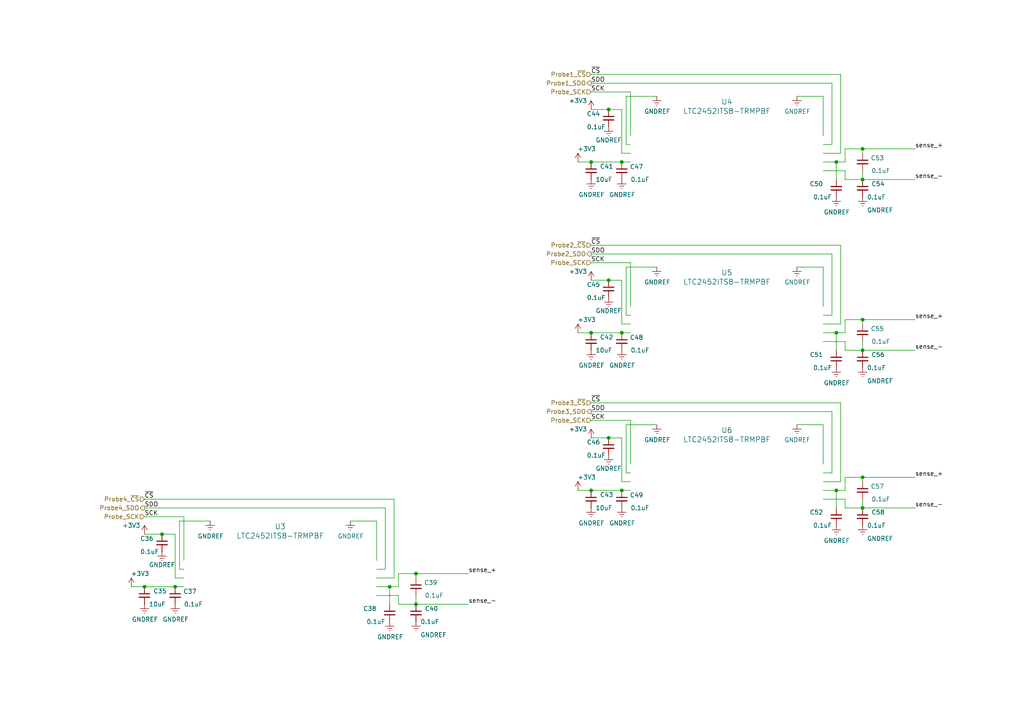
<source format=kicad_sch>
(kicad_sch (version 20211123) (generator eeschema)
  (paper "A4")
  (lib_symbols
    (symbol "Device:C_Small" (pin_numbers hide) (pin_names (offset 0.254) hide)
      (property "Reference" "C" (at 0.254 1.778 0))
      (property "Value" "C_Small" (at 0.254 -2.032 0))
      (symbol "C_Small_0_1"
        (polyline (pts (xy -1.524 -0.508) (xy 1.524 -0.508)) (stroke (width 0.3302)))
        (polyline (pts (xy -1.524 0.508) (xy 1.524 0.508)) (stroke (width 0.3048)))
      )
      (symbol "C_Small_1_1"
        (pin passive line (at 0 2.54 270) (length 2.032) (name "~") (number "1"))
        (pin passive line (at 0 -2.54 90) (length 2.032) (name "~") (number "2"))
      )
    )
    (symbol "power:+3V3" (power) (pin_names (offset 0))
      (property "Value" "+3V3" (at 0 3.556 0))
      (symbol "+3V3_0_1"
        (polyline (pts (xy -0.762 1.27) (xy 0 2.54)))
        (polyline (pts (xy 0 0) (xy 0 2.54)))
        (polyline (pts (xy 0 2.54) (xy 0.762 1.27)))
      )
      (symbol "+3V3_1_1"
        (pin power_in line (at 0 0 90) (length 0) hide (name "+3V3") (number "1"))
      )
    )
    (symbol "power:GNDREF" (power) (pin_names (offset 0))
      (property "Value" "GNDREF" (at 0 -3.81 0))
      (symbol "GNDREF_0_1"
        (polyline (pts (xy -0.635 -1.905) (xy 0.635 -1.905)))
        (polyline (pts (xy -0.127 -2.54) (xy 0.127 -2.54)))
        (polyline (pts (xy 0 -1.27) (xy 0 0)))
        (polyline (pts (xy 1.27 -1.27) (xy -1.27 -1.27)))
      )
      (symbol "GNDREF_1_1"
        (pin power_in line (at 0 0 270) (length 0) hide (name "GNDREF") (number "1"))
      )
    )
  )
  (junction (at 113.03 170.18))
  (junction (at 176.53 31.75))
  (junction (at 242.57 142.24))
  (junction (at 180.34 96.52))
  (junction (at 120.65 175.26))
  (junction (at 171.45 96.52))
  (junction (at 46.99 154.94))
  (junction (at 250.19 138.43))
  (junction (at 242.57 96.52))
  (junction (at 176.53 127))
  (junction (at 50.8 170.18))
  (junction (at 176.53 81.28))
  (junction (at 250.19 101.6))
  (junction (at 41.91 170.18))
  (junction (at 171.45 142.24))
  (junction (at 242.57 46.99))
  (junction (at 171.45 46.99))
  (junction (at 250.19 52.07))
  (junction (at 250.19 43.18))
  (junction (at 180.34 46.99))
  (junction (at 120.65 166.37))
  (junction (at 250.19 92.71))
  (junction (at 250.19 147.32))
  (junction (at 180.34 142.24))
  (wire (pts (xy 238.76 96.52) (xy 242.57 96.52)))
  (wire (pts (xy 241.3 137.16) (xy 241.3 119.38)))
  (wire (pts (xy 52.07 165.1) (xy 52.07 151.13)))
  (wire (pts (xy 115.57 166.37) (xy 120.65 166.37)))
  (wire (pts (xy 182.88 26.67) (xy 171.45 26.67)))
  (wire (pts (xy 180.34 127) (xy 180.34 139.7)))
  (wire (pts (xy 109.22 151.13) (xy 101.6 151.13)))
  (wire (pts (xy 243.84 139.7) (xy 243.84 116.84)))
  (wire (pts (xy 41.91 170.18) (xy 38.1 170.18)))
  (wire (pts (xy 250.19 52.07) (xy 245.11 52.07)))
  (wire (pts (xy 182.88 121.92) (xy 171.45 121.92)))
  (wire (pts (xy 243.84 116.84) (xy 171.45 116.84)))
  (wire (pts (xy 182.88 121.92) (xy 182.88 134.62)))
  (wire (pts (xy 245.11 92.71) (xy 250.19 92.71)))
  (wire (pts (xy 50.8 154.94) (xy 46.99 154.94)))
  (wire (pts (xy 243.84 21.59) (xy 171.45 21.59)))
  (wire (pts (xy 243.84 44.45) (xy 243.84 21.59)))
  (wire (pts (xy 180.34 46.99) (xy 171.45 46.99)))
  (wire (pts (xy 238.76 39.37) (xy 238.76 27.94)))
  (wire (pts (xy 182.88 76.2) (xy 171.45 76.2)))
  (wire (pts (xy 182.88 91.44) (xy 181.61 91.44)))
  (wire (pts (xy 245.11 142.24) (xy 245.11 138.43)))
  (wire (pts (xy 52.07 151.13) (xy 60.96 151.13)))
  (wire (pts (xy 120.65 175.26) (xy 135.89 175.26)))
  (wire (pts (xy 171.45 81.28) (xy 176.53 81.28)))
  (wire (pts (xy 238.76 99.06) (xy 245.11 99.06)))
  (wire (pts (xy 250.19 99.06) (xy 250.19 101.6)))
  (wire (pts (xy 181.61 27.94) (xy 190.5 27.94)))
  (wire (pts (xy 238.76 41.91) (xy 241.3 41.91)))
  (wire (pts (xy 238.76 93.98) (xy 243.84 93.98)))
  (wire (pts (xy 242.57 52.07) (xy 242.57 46.99)))
  (wire (pts (xy 250.19 101.6) (xy 265.43 101.6)))
  (wire (pts (xy 50.8 170.18) (xy 41.91 170.18)))
  (wire (pts (xy 241.3 91.44) (xy 241.3 73.66)))
  (wire (pts (xy 238.76 139.7) (xy 243.84 139.7)))
  (wire (pts (xy 238.76 142.24) (xy 242.57 142.24)))
  (wire (pts (xy 181.61 77.47) (xy 190.5 77.47)))
  (wire (pts (xy 180.34 31.75) (xy 180.34 44.45)))
  (wire (pts (xy 181.61 91.44) (xy 181.61 77.47)))
  (wire (pts (xy 180.34 96.52) (xy 171.45 96.52)))
  (wire (pts (xy 242.57 46.99) (xy 245.11 46.99)))
  (wire (pts (xy 115.57 172.72) (xy 115.57 175.26)))
  (wire (pts (xy 50.8 167.64) (xy 53.34 167.64)))
  (wire (pts (xy 250.19 43.18) (xy 250.19 44.45)))
  (wire (pts (xy 250.19 92.71) (xy 250.19 93.98)))
  (wire (pts (xy 120.65 172.72) (xy 120.65 175.26)))
  (wire (pts (xy 238.76 144.78) (xy 245.11 144.78)))
  (wire (pts (xy 250.19 52.07) (xy 265.43 52.07)))
  (wire (pts (xy 182.88 137.16) (xy 181.61 137.16)))
  (wire (pts (xy 241.3 119.38) (xy 171.45 119.38)))
  (wire (pts (xy 238.76 88.9) (xy 238.76 77.47)))
  (wire (pts (xy 238.76 77.47) (xy 231.14 77.47)))
  (wire (pts (xy 245.11 144.78) (xy 245.11 147.32)))
  (wire (pts (xy 250.19 147.32) (xy 265.43 147.32)))
  (wire (pts (xy 241.3 24.13) (xy 171.45 24.13)))
  (wire (pts (xy 171.45 96.52) (xy 167.64 96.52)))
  (wire (pts (xy 114.3 167.64) (xy 114.3 144.78)))
  (wire (pts (xy 111.76 147.32) (xy 41.91 147.32)))
  (wire (pts (xy 180.34 139.7) (xy 182.88 139.7)))
  (wire (pts (xy 114.3 144.78) (xy 41.91 144.78)))
  (wire (pts (xy 238.76 49.53) (xy 245.11 49.53)))
  (wire (pts (xy 250.19 49.53) (xy 250.19 52.07)))
  (wire (pts (xy 182.88 76.2) (xy 182.88 88.9)))
  (wire (pts (xy 53.34 149.86) (xy 53.34 162.56)))
  (wire (pts (xy 245.11 43.18) (xy 250.19 43.18)))
  (wire (pts (xy 109.22 162.56) (xy 109.22 151.13)))
  (wire (pts (xy 242.57 101.6) (xy 242.57 96.52)))
  (wire (pts (xy 238.76 134.62) (xy 238.76 123.19)))
  (wire (pts (xy 238.76 46.99) (xy 242.57 46.99)))
  (wire (pts (xy 53.34 170.18) (xy 50.8 170.18)))
  (wire (pts (xy 41.91 154.94) (xy 46.99 154.94)))
  (wire (pts (xy 182.88 46.99) (xy 180.34 46.99)))
  (wire (pts (xy 180.34 44.45) (xy 182.88 44.45)))
  (wire (pts (xy 171.45 142.24) (xy 167.64 142.24)))
  (wire (pts (xy 109.22 165.1) (xy 111.76 165.1)))
  (wire (pts (xy 243.84 71.12) (xy 171.45 71.12)))
  (wire (pts (xy 181.61 41.91) (xy 181.61 27.94)))
  (wire (pts (xy 115.57 170.18) (xy 115.57 166.37)))
  (wire (pts (xy 53.34 149.86) (xy 41.91 149.86)))
  (wire (pts (xy 241.3 73.66) (xy 171.45 73.66)))
  (wire (pts (xy 245.11 138.43) (xy 250.19 138.43)))
  (wire (pts (xy 111.76 165.1) (xy 111.76 147.32)))
  (wire (pts (xy 120.65 175.26) (xy 115.57 175.26)))
  (wire (pts (xy 243.84 93.98) (xy 243.84 71.12)))
  (wire (pts (xy 113.03 170.18) (xy 115.57 170.18)))
  (wire (pts (xy 242.57 96.52) (xy 245.11 96.52)))
  (wire (pts (xy 238.76 123.19) (xy 231.14 123.19)))
  (wire (pts (xy 250.19 138.43) (xy 265.43 138.43)))
  (wire (pts (xy 180.34 142.24) (xy 171.45 142.24)))
  (wire (pts (xy 182.88 41.91) (xy 181.61 41.91)))
  (wire (pts (xy 120.65 166.37) (xy 135.89 166.37)))
  (wire (pts (xy 250.19 92.71) (xy 265.43 92.71)))
  (wire (pts (xy 181.61 137.16) (xy 181.61 123.19)))
  (wire (pts (xy 250.19 43.18) (xy 265.43 43.18)))
  (wire (pts (xy 242.57 142.24) (xy 245.11 142.24)))
  (wire (pts (xy 180.34 93.98) (xy 182.88 93.98)))
  (wire (pts (xy 245.11 99.06) (xy 245.11 101.6)))
  (wire (pts (xy 182.88 96.52) (xy 180.34 96.52)))
  (wire (pts (xy 50.8 154.94) (xy 50.8 167.64)))
  (wire (pts (xy 245.11 96.52) (xy 245.11 92.71)))
  (wire (pts (xy 113.03 175.26) (xy 113.03 170.18)))
  (wire (pts (xy 182.88 26.67) (xy 182.88 39.37)))
  (wire (pts (xy 171.45 46.99) (xy 167.64 46.99)))
  (wire (pts (xy 238.76 137.16) (xy 241.3 137.16)))
  (wire (pts (xy 241.3 41.91) (xy 241.3 24.13)))
  (wire (pts (xy 171.45 127) (xy 176.53 127)))
  (wire (pts (xy 180.34 81.28) (xy 176.53 81.28)))
  (wire (pts (xy 53.34 165.1) (xy 52.07 165.1)))
  (wire (pts (xy 250.19 101.6) (xy 245.11 101.6)))
  (wire (pts (xy 180.34 127) (xy 176.53 127)))
  (wire (pts (xy 182.88 142.24) (xy 180.34 142.24)))
  (wire (pts (xy 245.11 49.53) (xy 245.11 52.07)))
  (wire (pts (xy 181.61 123.19) (xy 190.5 123.19)))
  (wire (pts (xy 109.22 172.72) (xy 115.57 172.72)))
  (wire (pts (xy 238.76 91.44) (xy 241.3 91.44)))
  (wire (pts (xy 245.11 46.99) (xy 245.11 43.18)))
  (wire (pts (xy 250.19 138.43) (xy 250.19 139.7)))
  (wire (pts (xy 238.76 44.45) (xy 243.84 44.45)))
  (wire (pts (xy 180.34 81.28) (xy 180.34 93.98)))
  (wire (pts (xy 238.76 27.94) (xy 231.14 27.94)))
  (wire (pts (xy 250.19 144.78) (xy 250.19 147.32)))
  (wire (pts (xy 109.22 170.18) (xy 113.03 170.18)))
  (wire (pts (xy 250.19 147.32) (xy 245.11 147.32)))
  (wire (pts (xy 171.45 31.75) (xy 176.53 31.75)))
  (wire (pts (xy 242.57 147.32) (xy 242.57 142.24)))
  (wire (pts (xy 109.22 167.64) (xy 114.3 167.64)))
  (wire (pts (xy 120.65 166.37) (xy 120.65 167.64)))
  (wire (pts (xy 180.34 31.75) (xy 176.53 31.75)))
  (label "~{CS}" (at 171.45 71.12 0))
  (label "SDO" (at 171.45 119.38 0))
  (label "SCK" (at 41.91 149.86 0))
  (label "sense_-" (at 265.43 52.07 0))
  (label "~{CS}" (at 171.45 116.84 0))
  (label "~{CS}" (at 171.45 21.59 0))
  (label "sense_-" (at 265.43 101.6 0))
  (label "SCK" (at 171.45 121.92 0))
  (label "sense_-" (at 135.89 175.26 0))
  (label "sense_+" (at 135.89 166.37 0))
  (label "SDO" (at 171.45 73.66 0))
  (label "SCK" (at 171.45 26.67 0))
  (label "sense_+" (at 265.43 138.43 0))
  (label "sense_-" (at 265.43 147.32 0))
  (label "SDO" (at 41.91 147.32 0))
  (label "SCK" (at 171.45 76.2 0))
  (label "sense_+" (at 265.43 43.18 0))
  (label "SDO" (at 171.45 24.13 0))
  (label "~{CS}" (at 41.91 144.78 0))
  (label "sense_+" (at 265.43 92.71 0))
  (hierarchical_label "Probe_SCK" (shape input) (at 171.45 76.2 180))
  (hierarchical_label "Probe2_SDO" (shape output) (at 171.45 73.66 180))
  (hierarchical_label "Probe_SCK" (shape input) (at 171.45 121.92 180))
  (hierarchical_label "Probe2_~{CS}" (shape input) (at 171.45 71.12 180))
  (hierarchical_label "Probe3_~{CS}" (shape input) (at 171.45 116.84 180))
  (hierarchical_label "Probe_SCK" (shape input) (at 171.45 26.67 180))
  (hierarchical_label "Probe3_SDO" (shape output) (at 171.45 119.38 180))
  (hierarchical_label "Probe1_SDO" (shape output) (at 171.45 24.13 180))
  (hierarchical_label "Probe1_~{CS}" (shape input) (at 171.45 21.59 180))
  (hierarchical_label "Probe4_SDO" (shape output) (at 41.91 147.32 180))
  (hierarchical_label "Probe4_~{CS}" (shape input) (at 41.91 144.78 180))
  (hierarchical_label "Probe_SCK" (shape input) (at 41.91 149.86 180))
  (symbol (lib_id "power:GNDREF") (at 41.91 175.26 0)
    (property "Reference" "#PWR066" (effects hide))
    (property "Value" "GNDREF" (at 42.037 179.6542 0))
  )
  (symbol (lib_id "power:GNDREF") (at 50.8 175.26 0)
    (property "Reference" "#PWR068" (effects hide))
    (property "Value" "GNDREF" (at 50.927 179.6542 0))
  )
  (symbol (lib_id "Device:C_Small") (at 50.8 172.72 0)
    (property "Reference" "C37" (at 53.1368 171.5516 0) (effects (justify left)))
    (property "Value" "0.1uF" (at 53.34 175.26 0) (effects (justify left)))
  )
  (symbol (lib_id "power:GNDREF") (at 113.03 180.34 0)
    (property "Reference" "#PWR071" (effects hide))
    (property "Value" "GNDREF" (at 113.157 184.7342 0))
  )
  (symbol (lib_id "Device:C_Small") (at 113.03 177.8 180)
    (property "Reference" "C38" (at 109.22 176.53 0) (effects (justify left)))
    (property "Value" "0.1uF" (at 111.76 180.34 0) (effects (justify left)))
  )
  (symbol (lib_id "power:+3V3") (at 41.91 154.94 0)
    (property "Reference" "#PWR065" (effects hide))
    (property "Value" "+3V3" (at 38.1 152.4 0))
  )
  (symbol (lib_id "Device:C_Small") (at 120.65 170.18 0)
    (property "Reference" "C39" (at 122.9868 169.0116 0) (effects (justify left)))
    (property "Value" "0.1uF" (at 123.19 172.72 0) (effects (justify left)))
  )
  (symbol (lib_id "power:GNDREF") (at 171.45 52.07 0)
    (property "Reference" "#PWR077" (effects hide))
    (property "Value" "GNDREF" (at 171.577 56.4642 0))
  )
  (symbol (lib_id "power:GNDREF") (at 180.34 52.07 0)
    (property "Reference" "#PWR085" (effects hide))
    (property "Value" "GNDREF" (at 180.467 56.4642 0))
  )
  (symbol (lib_id "Device:C_Small") (at 180.34 49.53 0)
    (property "Reference" "C47" (at 182.6768 48.3616 0) (effects (justify left)))
    (property "Value" "0.1uF" (at 182.88 52.07 0) (effects (justify left)))
  )
  (symbol (lib_id "Device:C_Small") (at 176.53 34.29 0)
    (property "Reference" "C44" (at 170.18 33.02 0) (effects (justify left)))
    (property "Value" "0.1uF" (at 170.18 36.83 0) (effects (justify left)))
  )
  (symbol (lib_id "power:GNDREF") (at 190.5 27.94 0)
    (property "Reference" "#PWR088" (effects hide))
    (property "Value" "GNDREF" (at 190.627 32.3342 0))
  )
  (symbol (lib_id "power:GNDREF") (at 231.14 77.47 0)
    (property "Reference" "#PWR092" (effects hide))
    (property "Value" "GNDREF" (at 231.267 81.8642 0))
  )
  (symbol (lib_id "power:GNDREF") (at 171.45 101.6 0)
    (property "Reference" "#PWR079" (effects hide))
    (property "Value" "GNDREF" (at 171.577 105.9942 0))
  )
  (symbol (lib_id "power:GNDREF") (at 180.34 101.6 0)
    (property "Reference" "#PWR086" (effects hide))
    (property "Value" "GNDREF" (at 180.467 105.9942 0))
  )
  (symbol (lib_id "Device:C_Small") (at 171.45 99.06 0)
    (property "Reference" "C42" (at 173.99 97.79 0) (effects (justify left)))
    (property "Value" "10uF" (at 172.72 101.6 0) (effects (justify left)))
  )
  (symbol (lib_id "Device:C_Small") (at 180.34 99.06 0)
    (property "Reference" "C48" (at 182.6768 97.8916 0) (effects (justify left)))
    (property "Value" "0.1uF" (at 182.88 101.6 0) (effects (justify left)))
  )
  (symbol (lib_id "power:GNDREF") (at 250.19 106.68 0)
    (property "Reference" "#PWR098" (effects hide))
    (property "Value" "GNDREF" (at 255.27 110.49 0))
  )
  (symbol (lib_id "Device:C_Small") (at 250.19 104.14 0)
    (property "Reference" "C56" (at 252.73 102.87 0) (effects (justify left)))
    (property "Value" "0.1uF" (at 251.46 106.68 0) (effects (justify left)))
  )
  (symbol (lib_id "power:+3V3") (at 171.45 81.28 0)
    (property "Reference" "#PWR078" (effects hide))
    (property "Value" "+3V3" (at 167.64 78.74 0))
  )
  (symbol (lib_id "power:+3V3") (at 167.64 96.52 0)
    (property "Reference" "#PWR074" (effects hide))
    (property "Value" "+3V3" (at 170.18 92.71 0))
  )
  (symbol (lib_id "power:GNDREF") (at 176.53 86.36 0)
    (property "Reference" "#PWR083" (effects hide))
    (property "Value" "GNDREF" (at 176.53 90.17 0))
  )
  (symbol (lib_id "Device:C_Small") (at 176.53 83.82 0)
    (property "Reference" "C45" (at 170.18 82.55 0) (effects (justify left)))
    (property "Value" "0.1uF" (at 170.18 86.36 0) (effects (justify left)))
  )
  (symbol (lib_id "Device:C_Small") (at 242.57 149.86 180)
    (property "Reference" "C52" (at 238.76 148.59 0) (effects (justify left)))
    (property "Value" "0.1uF" (at 241.3 152.4 0) (effects (justify left)))
  )
  (symbol (lib_id "Device:C_Small") (at 250.19 149.86 0)
    (property "Reference" "C58" (at 252.73 148.59 0) (effects (justify left)))
    (property "Value" "0.1uF" (at 251.46 152.4 0) (effects (justify left)))
  )
  (symbol (lib_id "power:+3V3") (at 171.45 127 0)
    (property "Reference" "#PWR080" (effects hide))
    (property "Value" "+3V3" (at 167.64 124.46 0))
  )
  (symbol (lib_id "power:GNDREF") (at 176.53 132.08 0)
    (property "Reference" "#PWR084" (effects hide))
    (property "Value" "GNDREF" (at 176.53 135.89 0))
  )
  (symbol (lib_id "power:GNDREF") (at 101.6 151.13 0)
    (property "Reference" "#PWR070" (effects hide))
    (property "Value" "GNDREF" (at 101.727 155.5242 0))
  )
  (symbol (lib_id "Device:C_Small") (at 41.91 172.72 0)
    (property "Reference" "C35" (at 44.45 171.45 0) (effects (justify left)))
    (property "Value" "10uF" (at 43.18 175.26 0) (effects (justify left)))
  )
  (symbol (lib_id "power:GNDREF") (at 120.65 180.34 0)
    (property "Reference" "#PWR072" (effects hide))
    (property "Value" "GNDREF" (at 125.73 184.15 0))
  )
  (symbol (lib_id "Device:C_Small") (at 120.65 177.8 0)
    (property "Reference" "C40" (at 123.19 176.53 0) (effects (justify left)))
    (property "Value" "0.1uF" (at 121.92 180.34 0) (effects (justify left)))
  )
  (symbol (lib_id "power:+3V3") (at 38.1 170.18 0)
    (property "Reference" "#PWR064" (effects hide))
    (property "Value" "+3V3" (at 40.64 166.37 0))
  )
  (symbol (lib_id "power:GNDREF") (at 46.99 160.02 0)
    (property "Reference" "#PWR067" (effects hide))
    (property "Value" "GNDREF" (at 46.99 163.83 0))
  )
  (symbol (lib_id "Device:C_Small") (at 46.99 157.48 0)
    (property "Reference" "C36" (at 40.64 156.21 0) (effects (justify left)))
    (property "Value" "0.1uF" (at 40.64 160.02 0) (effects (justify left)))
  )
  (symbol (lib_id "power:GNDREF") (at 60.96 151.13 0)
    (property "Reference" "#PWR069" (effects hide))
    (property "Value" "GNDREF" (at 61.087 155.5242 0))
  )
  (symbol (lib_id "power:GNDREF") (at 231.14 27.94 0)
    (property "Reference" "#PWR091" (effects hide))
    (property "Value" "GNDREF" (at 231.267 32.3342 0))
  )
  (symbol (lib_id "Device:C_Small") (at 171.45 49.53 0)
    (property "Reference" "C41" (at 173.99 48.26 0) (effects (justify left)))
    (property "Value" "10uF" (at 172.72 52.07 0) (effects (justify left)))
  )
  (symbol (lib_id "power:GNDREF") (at 242.57 57.15 0)
    (property "Reference" "#PWR094" (effects hide))
    (property "Value" "GNDREF" (at 242.697 61.5442 0))
  )
  (symbol (lib_id "power:GNDREF") (at 250.19 57.15 0)
    (property "Reference" "#PWR097" (effects hide))
    (property "Value" "GNDREF" (at 255.27 60.96 0))
  )
  (symbol (lib_id "Device:C_Small") (at 242.57 54.61 180)
    (property "Reference" "C50" (at 238.76 53.34 0) (effects (justify left)))
    (property "Value" "0.1uF" (at 241.3 57.15 0) (effects (justify left)))
  )
  (symbol (lib_id "Device:C_Small") (at 250.19 54.61 0)
    (property "Reference" "C54" (at 252.73 53.34 0) (effects (justify left)))
    (property "Value" "0.1uF" (at 251.46 57.15 0) (effects (justify left)))
  )
  (symbol (lib_id "power:+3V3") (at 171.45 31.75 0)
    (property "Reference" "#PWR076" (effects hide))
    (property "Value" "+3V3" (at 167.64 29.21 0))
  )
  (symbol (lib_id "power:+3V3") (at 167.64 46.99 0)
    (property "Reference" "#PWR073" (effects hide))
    (property "Value" "+3V3" (at 170.18 43.18 0))
  )
  (symbol (lib_id "power:GNDREF") (at 176.53 36.83 0)
    (property "Reference" "#PWR082" (effects hide))
    (property "Value" "GNDREF" (at 176.53 40.64 0))
  )
  (symbol (lib_id "Device:C_Small") (at 250.19 46.99 0)
    (property "Reference" "C53" (at 252.5268 45.8216 0) (effects (justify left)))
    (property "Value" "0.1uF" (at 252.73 49.53 0) (effects (justify left)))
  )
  (symbol (lib_id "power:GNDREF") (at 242.57 106.68 0)
    (property "Reference" "#PWR095" (effects hide))
    (property "Value" "GNDREF" (at 242.697 111.0742 0))
  )
  (symbol (lib_id "Device:C_Small") (at 242.57 104.14 180)
    (property "Reference" "C51" (at 238.76 102.87 0) (effects (justify left)))
    (property "Value" "0.1uF" (at 241.3 106.68 0) (effects (justify left)))
  )
  (symbol (lib_id "Device:C_Small") (at 250.19 96.52 0)
    (property "Reference" "C55" (at 252.5268 95.3516 0) (effects (justify left)))
    (property "Value" "0.1uF" (at 252.73 99.06 0) (effects (justify left)))
  )
  (symbol (lib_id "power:GNDREF") (at 190.5 77.47 0)
    (property "Reference" "#PWR089" (effects hide))
    (property "Value" "GNDREF" (at 190.627 81.8642 0))
  )
  (symbol (lib_id "power:GNDREF") (at 231.14 123.19 0)
    (property "Reference" "#PWR093" (effects hide))
    (property "Value" "GNDREF" (at 231.267 127.5842 0))
  )
  (symbol (lib_id "power:GNDREF") (at 171.45 147.32 0)
    (property "Reference" "#PWR081" (effects hide))
    (property "Value" "GNDREF" (at 171.577 151.7142 0))
  )
  (symbol (lib_id "power:GNDREF") (at 180.34 147.32 0)
    (property "Reference" "#PWR087" (effects hide))
    (property "Value" "GNDREF" (at 180.467 151.7142 0))
  )
  (symbol (lib_id "Device:C_Small") (at 171.45 144.78 0)
    (property "Reference" "C43" (at 173.99 143.51 0) (effects (justify left)))
    (property "Value" "10uF" (at 172.72 147.32 0) (effects (justify left)))
  )
  (symbol (lib_id "Device:C_Small") (at 180.34 144.78 0)
    (property "Reference" "C49" (at 182.6768 143.6116 0) (effects (justify left)))
    (property "Value" "0.1uF" (at 182.88 147.32 0) (effects (justify left)))
  )
  (symbol (lib_id "power:GNDREF") (at 242.57 152.4 0)
    (property "Reference" "#PWR096" (effects hide))
    (property "Value" "GNDREF" (at 242.697 156.7942 0))
  )
  (symbol (lib_id "power:GNDREF") (at 250.19 152.4 0)
    (property "Reference" "#PWR099" (effects hide))
    (property "Value" "GNDREF" (at 255.27 156.21 0))
  )
  (symbol (lib_id "power:+3V3") (at 167.64 142.24 0)
    (property "Reference" "#PWR075" (effects hide))
    (property "Value" "+3V3" (at 170.18 138.43 0))
  )
  (symbol (lib_id "Device:C_Small") (at 176.53 129.54 0)
    (property "Reference" "C46" (at 170.18 128.27 0) (effects (justify left)))
    (property "Value" "0.1uF" (at 170.18 132.08 0) (effects (justify left)))
  )
  (symbol (lib_id "Device:C_Small") (at 250.19 142.24 0)
    (property "Reference" "C57" (at 252.5268 141.0716 0) (effects (justify left)))
    (property "Value" "0.1uF" (at 252.73 144.78 0) (effects (justify left)))
  )
  (symbol (lib_id "power:GNDREF") (at 190.5 123.19 0)
    (property "Reference" "#PWR090" (effects hide))
    (property "Value" "GNDREF" (at 190.627 127.5842 0))
  )
  (symbol (lib_id "2021-11-05_00-54-21:LTC2452ITS8-TRMPBF") (at 182.88 39.37 0) (unit 1)
    (property "Reference" "U4" (at 210.82 29.5402 0) (effects (font (size 1.524 1.524))))
    (property "Value" "LTC2452ITS8-TRMPBF" (at 210.82 32.2326 0) (effects (font (size 1.524 1.524))))
    (property "Footprint" "TSOT-23_TS8_LIT" (effects hide))
  )
  (symbol (lib_id "2021-11-05_00-54-21:LTC2452ITS8-TRMPBF") (at 182.88 88.9 0) (unit 1)
    (property "Reference" "U5" (at 210.82 79.0702 0) (effects (font (size 1.524 1.524))))
    (property "Value" "LTC2452ITS8-TRMPBF" (at 210.82 81.7626 0) (effects (font (size 1.524 1.524))))
    (property "Footprint" "TSOT-23_TS8_LIT" (effects hide))
  )
  (symbol (lib_id "2021-11-05_00-54-21:LTC2452ITS8-TRMPBF") (at 182.88 134.62 0) (unit 1)
    (property "Reference" "U6" (at 210.82 124.7902 0) (effects (font (size 1.524 1.524))))
    (property "Value" "LTC2452ITS8-TRMPBF" (at 210.82 127.4826 0) (effects (font (size 1.524 1.524))))
    (property "Footprint" "TSOT-23_TS8_LIT" (effects hide))
  )
  (symbol (lib_id "2021-11-05_00-54-21:LTC2452ITS8-TRMPBF") (at 53.34 162.56 0) (unit 1)
    (property "Reference" "U3" (at 81.28 152.7302 0) (effects (font (size 1.524 1.524))))
    (property "Value" "LTC2452ITS8-TRMPBF" (at 81.28 155.4226 0) (effects (font (size 1.524 1.524))))
    (property "Footprint" "TSOT-23_TS8_LIT" (effects hide))
  )
)
</source>
